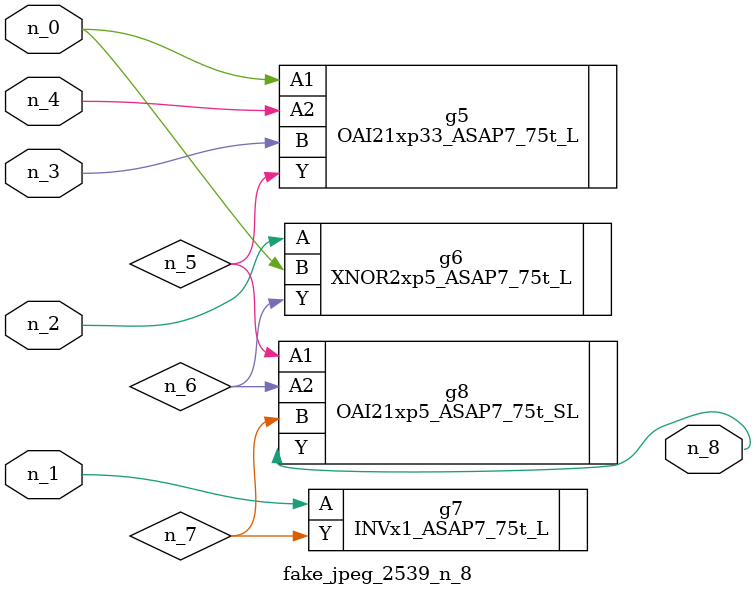
<source format=v>
module fake_jpeg_2539_n_8 (n_3, n_2, n_1, n_0, n_4, n_8);

input n_3;
input n_2;
input n_1;
input n_0;
input n_4;

output n_8;

wire n_6;
wire n_5;
wire n_7;

OAI21xp33_ASAP7_75t_L g5 ( 
.A1(n_0),
.A2(n_4),
.B(n_3),
.Y(n_5)
);

XNOR2xp5_ASAP7_75t_L g6 ( 
.A(n_2),
.B(n_0),
.Y(n_6)
);

INVx1_ASAP7_75t_L g7 ( 
.A(n_1),
.Y(n_7)
);

OAI21xp5_ASAP7_75t_SL g8 ( 
.A1(n_5),
.A2(n_6),
.B(n_7),
.Y(n_8)
);


endmodule
</source>
